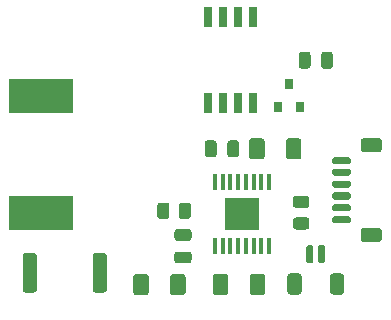
<source format=gbr>
%TF.GenerationSoftware,KiCad,Pcbnew,(5.1.9-0-10_14)*%
%TF.CreationDate,2021-03-17T00:33:25+08:00*%
%TF.ProjectId,xhp70-driver,78687037-302d-4647-9269-7665722e6b69,rev?*%
%TF.SameCoordinates,Original*%
%TF.FileFunction,Paste,Top*%
%TF.FilePolarity,Positive*%
%FSLAX46Y46*%
G04 Gerber Fmt 4.6, Leading zero omitted, Abs format (unit mm)*
G04 Created by KiCad (PCBNEW (5.1.9-0-10_14)) date 2021-03-17 00:33:25*
%MOMM*%
%LPD*%
G01*
G04 APERTURE LIST*
%ADD10R,0.800000X0.900000*%
%ADD11R,0.650000X1.700000*%
%ADD12R,2.940000X2.720000*%
%ADD13R,0.350000X1.400000*%
%ADD14R,5.400000X2.900000*%
G04 APERTURE END LIST*
%TO.C,C8*%
G36*
G01*
X148700000Y-56475000D02*
X148700000Y-55525000D01*
G75*
G02*
X148950000Y-55275000I250000J0D01*
G01*
X149450000Y-55275000D01*
G75*
G02*
X149700000Y-55525000I0J-250000D01*
G01*
X149700000Y-56475000D01*
G75*
G02*
X149450000Y-56725000I-250000J0D01*
G01*
X148950000Y-56725000D01*
G75*
G02*
X148700000Y-56475000I0J250000D01*
G01*
G37*
G36*
G01*
X146800000Y-56475000D02*
X146800000Y-55525000D01*
G75*
G02*
X147050000Y-55275000I250000J0D01*
G01*
X147550000Y-55275000D01*
G75*
G02*
X147800000Y-55525000I0J-250000D01*
G01*
X147800000Y-56475000D01*
G75*
G02*
X147550000Y-56725000I-250000J0D01*
G01*
X147050000Y-56725000D01*
G75*
G02*
X146800000Y-56475000I0J250000D01*
G01*
G37*
%TD*%
%TO.C,J2*%
G36*
G01*
X152299999Y-70200000D02*
X153600001Y-70200000D01*
G75*
G02*
X153850000Y-70449999I0J-249999D01*
G01*
X153850000Y-71150001D01*
G75*
G02*
X153600001Y-71400000I-249999J0D01*
G01*
X152299999Y-71400000D01*
G75*
G02*
X152050000Y-71150001I0J249999D01*
G01*
X152050000Y-70449999D01*
G75*
G02*
X152299999Y-70200000I249999J0D01*
G01*
G37*
G36*
G01*
X152299999Y-62600000D02*
X153600001Y-62600000D01*
G75*
G02*
X153850000Y-62849999I0J-249999D01*
G01*
X153850000Y-63550001D01*
G75*
G02*
X153600001Y-63800000I-249999J0D01*
G01*
X152299999Y-63800000D01*
G75*
G02*
X152050000Y-63550001I0J249999D01*
G01*
X152050000Y-62849999D01*
G75*
G02*
X152299999Y-62600000I249999J0D01*
G01*
G37*
G36*
G01*
X149800000Y-69200000D02*
X151050000Y-69200000D01*
G75*
G02*
X151200000Y-69350000I0J-150000D01*
G01*
X151200000Y-69650000D01*
G75*
G02*
X151050000Y-69800000I-150000J0D01*
G01*
X149800000Y-69800000D01*
G75*
G02*
X149650000Y-69650000I0J150000D01*
G01*
X149650000Y-69350000D01*
G75*
G02*
X149800000Y-69200000I150000J0D01*
G01*
G37*
G36*
G01*
X149800000Y-68200000D02*
X151050000Y-68200000D01*
G75*
G02*
X151200000Y-68350000I0J-150000D01*
G01*
X151200000Y-68650000D01*
G75*
G02*
X151050000Y-68800000I-150000J0D01*
G01*
X149800000Y-68800000D01*
G75*
G02*
X149650000Y-68650000I0J150000D01*
G01*
X149650000Y-68350000D01*
G75*
G02*
X149800000Y-68200000I150000J0D01*
G01*
G37*
G36*
G01*
X149800000Y-67200000D02*
X151050000Y-67200000D01*
G75*
G02*
X151200000Y-67350000I0J-150000D01*
G01*
X151200000Y-67650000D01*
G75*
G02*
X151050000Y-67800000I-150000J0D01*
G01*
X149800000Y-67800000D01*
G75*
G02*
X149650000Y-67650000I0J150000D01*
G01*
X149650000Y-67350000D01*
G75*
G02*
X149800000Y-67200000I150000J0D01*
G01*
G37*
G36*
G01*
X149800000Y-66200000D02*
X151050000Y-66200000D01*
G75*
G02*
X151200000Y-66350000I0J-150000D01*
G01*
X151200000Y-66650000D01*
G75*
G02*
X151050000Y-66800000I-150000J0D01*
G01*
X149800000Y-66800000D01*
G75*
G02*
X149650000Y-66650000I0J150000D01*
G01*
X149650000Y-66350000D01*
G75*
G02*
X149800000Y-66200000I150000J0D01*
G01*
G37*
G36*
G01*
X149800000Y-65200000D02*
X151050000Y-65200000D01*
G75*
G02*
X151200000Y-65350000I0J-150000D01*
G01*
X151200000Y-65650000D01*
G75*
G02*
X151050000Y-65800000I-150000J0D01*
G01*
X149800000Y-65800000D01*
G75*
G02*
X149650000Y-65650000I0J150000D01*
G01*
X149650000Y-65350000D01*
G75*
G02*
X149800000Y-65200000I150000J0D01*
G01*
G37*
G36*
G01*
X149800000Y-64200000D02*
X151050000Y-64200000D01*
G75*
G02*
X151200000Y-64350000I0J-150000D01*
G01*
X151200000Y-64650000D01*
G75*
G02*
X151050000Y-64800000I-150000J0D01*
G01*
X149800000Y-64800000D01*
G75*
G02*
X149650000Y-64650000I0J150000D01*
G01*
X149650000Y-64350000D01*
G75*
G02*
X149800000Y-64200000I150000J0D01*
G01*
G37*
%TD*%
D10*
%TO.C,U3*%
X146000000Y-58000000D03*
X146950000Y-60000000D03*
X145050000Y-60000000D03*
%TD*%
D11*
%TO.C,U2*%
X139095000Y-52350000D03*
X140365000Y-52350000D03*
X141635000Y-52350000D03*
X142905000Y-52350000D03*
X142905000Y-59650000D03*
X141635000Y-59650000D03*
X140365000Y-59650000D03*
X139095000Y-59650000D03*
%TD*%
D12*
%TO.C,U1*%
X142000000Y-69000000D03*
D13*
X139725000Y-66300000D03*
X139725000Y-71700000D03*
X140375000Y-66300000D03*
X140375000Y-71700000D03*
X141025000Y-66300000D03*
X141025000Y-71700000D03*
X141675000Y-66300000D03*
X141675000Y-71700000D03*
X142325000Y-66300000D03*
X142325000Y-71700000D03*
X142975000Y-66300000D03*
X142975000Y-71700000D03*
X143625000Y-66300000D03*
X143625000Y-71700000D03*
X144275000Y-66300000D03*
X144275000Y-71700000D03*
%TD*%
%TO.C,R5*%
G36*
G01*
X147050000Y-74299999D02*
X147050000Y-75600001D01*
G75*
G02*
X146800001Y-75850000I-249999J0D01*
G01*
X146099999Y-75850000D01*
G75*
G02*
X145850000Y-75600001I0J249999D01*
G01*
X145850000Y-74299999D01*
G75*
G02*
X146099999Y-74050000I249999J0D01*
G01*
X146800001Y-74050000D01*
G75*
G02*
X147050000Y-74299999I0J-249999D01*
G01*
G37*
G36*
G01*
X150650000Y-74299999D02*
X150650000Y-75600001D01*
G75*
G02*
X150400001Y-75850000I-249999J0D01*
G01*
X149699999Y-75850000D01*
G75*
G02*
X149450000Y-75600001I0J249999D01*
G01*
X149450000Y-74299999D01*
G75*
G02*
X149699999Y-74050000I249999J0D01*
G01*
X150400001Y-74050000D01*
G75*
G02*
X150650000Y-74299999I0J-249999D01*
G01*
G37*
G36*
G01*
X148050000Y-71800000D02*
X148050000Y-73050000D01*
G75*
G02*
X147900000Y-73200000I-150000J0D01*
G01*
X147600000Y-73200000D01*
G75*
G02*
X147450000Y-73050000I0J150000D01*
G01*
X147450000Y-71800000D01*
G75*
G02*
X147600000Y-71650000I150000J0D01*
G01*
X147900000Y-71650000D01*
G75*
G02*
X148050000Y-71800000I0J-150000D01*
G01*
G37*
G36*
G01*
X149050000Y-71800000D02*
X149050000Y-73050000D01*
G75*
G02*
X148900000Y-73200000I-150000J0D01*
G01*
X148600000Y-73200000D01*
G75*
G02*
X148450000Y-73050000I0J150000D01*
G01*
X148450000Y-71800000D01*
G75*
G02*
X148600000Y-71650000I150000J0D01*
G01*
X148900000Y-71650000D01*
G75*
G02*
X149050000Y-71800000I0J-150000D01*
G01*
G37*
%TD*%
%TO.C,R4*%
G36*
G01*
X147450002Y-68512500D02*
X146549998Y-68512500D01*
G75*
G02*
X146300000Y-68262502I0J249998D01*
G01*
X146300000Y-67737498D01*
G75*
G02*
X146549998Y-67487500I249998J0D01*
G01*
X147450002Y-67487500D01*
G75*
G02*
X147700000Y-67737498I0J-249998D01*
G01*
X147700000Y-68262502D01*
G75*
G02*
X147450002Y-68512500I-249998J0D01*
G01*
G37*
G36*
G01*
X147450002Y-70337500D02*
X146549998Y-70337500D01*
G75*
G02*
X146300000Y-70087502I0J249998D01*
G01*
X146300000Y-69562498D01*
G75*
G02*
X146549998Y-69312500I249998J0D01*
G01*
X147450002Y-69312500D01*
G75*
G02*
X147700000Y-69562498I0J-249998D01*
G01*
X147700000Y-70087502D01*
G75*
G02*
X147450002Y-70337500I-249998J0D01*
G01*
G37*
%TD*%
%TO.C,R3*%
G36*
G01*
X136650000Y-69200002D02*
X136650000Y-68299998D01*
G75*
G02*
X136899998Y-68050000I249998J0D01*
G01*
X137425002Y-68050000D01*
G75*
G02*
X137675000Y-68299998I0J-249998D01*
G01*
X137675000Y-69200002D01*
G75*
G02*
X137425002Y-69450000I-249998J0D01*
G01*
X136899998Y-69450000D01*
G75*
G02*
X136650000Y-69200002I0J249998D01*
G01*
G37*
G36*
G01*
X134825000Y-69200002D02*
X134825000Y-68299998D01*
G75*
G02*
X135074998Y-68050000I249998J0D01*
G01*
X135600002Y-68050000D01*
G75*
G02*
X135850000Y-68299998I0J-249998D01*
G01*
X135850000Y-69200002D01*
G75*
G02*
X135600002Y-69450000I-249998J0D01*
G01*
X135074998Y-69450000D01*
G75*
G02*
X134825000Y-69200002I0J249998D01*
G01*
G37*
%TD*%
%TO.C,R1*%
G36*
G01*
X124650000Y-72574999D02*
X124650000Y-75425001D01*
G75*
G02*
X124400001Y-75675000I-249999J0D01*
G01*
X123674999Y-75675000D01*
G75*
G02*
X123425000Y-75425001I0J249999D01*
G01*
X123425000Y-72574999D01*
G75*
G02*
X123674999Y-72325000I249999J0D01*
G01*
X124400001Y-72325000D01*
G75*
G02*
X124650000Y-72574999I0J-249999D01*
G01*
G37*
G36*
G01*
X130575000Y-72574999D02*
X130575000Y-75425001D01*
G75*
G02*
X130325001Y-75675000I-249999J0D01*
G01*
X129599999Y-75675000D01*
G75*
G02*
X129350000Y-75425001I0J249999D01*
G01*
X129350000Y-72574999D01*
G75*
G02*
X129599999Y-72325000I249999J0D01*
G01*
X130325001Y-72325000D01*
G75*
G02*
X130575000Y-72574999I0J-249999D01*
G01*
G37*
%TD*%
D14*
%TO.C,L1*%
X125000000Y-59050000D03*
X125000000Y-68950000D03*
%TD*%
%TO.C,C6*%
G36*
G01*
X139850000Y-63025000D02*
X139850000Y-63975000D01*
G75*
G02*
X139600000Y-64225000I-250000J0D01*
G01*
X139100000Y-64225000D01*
G75*
G02*
X138850000Y-63975000I0J250000D01*
G01*
X138850000Y-63025000D01*
G75*
G02*
X139100000Y-62775000I250000J0D01*
G01*
X139600000Y-62775000D01*
G75*
G02*
X139850000Y-63025000I0J-250000D01*
G01*
G37*
G36*
G01*
X141750000Y-63025000D02*
X141750000Y-63975000D01*
G75*
G02*
X141500000Y-64225000I-250000J0D01*
G01*
X141000000Y-64225000D01*
G75*
G02*
X140750000Y-63975000I0J250000D01*
G01*
X140750000Y-63025000D01*
G75*
G02*
X141000000Y-62775000I250000J0D01*
G01*
X141500000Y-62775000D01*
G75*
G02*
X141750000Y-63025000I0J-250000D01*
G01*
G37*
%TD*%
%TO.C,C5*%
G36*
G01*
X136525000Y-72200000D02*
X137475000Y-72200000D01*
G75*
G02*
X137725000Y-72450000I0J-250000D01*
G01*
X137725000Y-72950000D01*
G75*
G02*
X137475000Y-73200000I-250000J0D01*
G01*
X136525000Y-73200000D01*
G75*
G02*
X136275000Y-72950000I0J250000D01*
G01*
X136275000Y-72450000D01*
G75*
G02*
X136525000Y-72200000I250000J0D01*
G01*
G37*
G36*
G01*
X136525000Y-70300000D02*
X137475000Y-70300000D01*
G75*
G02*
X137725000Y-70550000I0J-250000D01*
G01*
X137725000Y-71050000D01*
G75*
G02*
X137475000Y-71300000I-250000J0D01*
G01*
X136525000Y-71300000D01*
G75*
G02*
X136275000Y-71050000I0J250000D01*
G01*
X136275000Y-70550000D01*
G75*
G02*
X136525000Y-70300000I250000J0D01*
G01*
G37*
%TD*%
%TO.C,C4*%
G36*
G01*
X145712500Y-64150003D02*
X145712500Y-62849997D01*
G75*
G02*
X145962497Y-62600000I249997J0D01*
G01*
X146787503Y-62600000D01*
G75*
G02*
X147037500Y-62849997I0J-249997D01*
G01*
X147037500Y-64150003D01*
G75*
G02*
X146787503Y-64400000I-249997J0D01*
G01*
X145962497Y-64400000D01*
G75*
G02*
X145712500Y-64150003I0J249997D01*
G01*
G37*
G36*
G01*
X142587500Y-64150003D02*
X142587500Y-62849997D01*
G75*
G02*
X142837497Y-62600000I249997J0D01*
G01*
X143662503Y-62600000D01*
G75*
G02*
X143912500Y-62849997I0J-249997D01*
G01*
X143912500Y-64150003D01*
G75*
G02*
X143662503Y-64400000I-249997J0D01*
G01*
X142837497Y-64400000D01*
G75*
G02*
X142587500Y-64150003I0J249997D01*
G01*
G37*
%TD*%
%TO.C,C3*%
G36*
G01*
X135900000Y-75650003D02*
X135900000Y-74349997D01*
G75*
G02*
X136149997Y-74100000I249997J0D01*
G01*
X136975003Y-74100000D01*
G75*
G02*
X137225000Y-74349997I0J-249997D01*
G01*
X137225000Y-75650003D01*
G75*
G02*
X136975003Y-75900000I-249997J0D01*
G01*
X136149997Y-75900000D01*
G75*
G02*
X135900000Y-75650003I0J249997D01*
G01*
G37*
G36*
G01*
X132775000Y-75650003D02*
X132775000Y-74349997D01*
G75*
G02*
X133024997Y-74100000I249997J0D01*
G01*
X133850003Y-74100000D01*
G75*
G02*
X134100000Y-74349997I0J-249997D01*
G01*
X134100000Y-75650003D01*
G75*
G02*
X133850003Y-75900000I-249997J0D01*
G01*
X133024997Y-75900000D01*
G75*
G02*
X132775000Y-75650003I0J249997D01*
G01*
G37*
%TD*%
%TO.C,C2*%
G36*
G01*
X142650000Y-75650003D02*
X142650000Y-74349997D01*
G75*
G02*
X142899997Y-74100000I249997J0D01*
G01*
X143725003Y-74100000D01*
G75*
G02*
X143975000Y-74349997I0J-249997D01*
G01*
X143975000Y-75650003D01*
G75*
G02*
X143725003Y-75900000I-249997J0D01*
G01*
X142899997Y-75900000D01*
G75*
G02*
X142650000Y-75650003I0J249997D01*
G01*
G37*
G36*
G01*
X139525000Y-75650003D02*
X139525000Y-74349997D01*
G75*
G02*
X139774997Y-74100000I249997J0D01*
G01*
X140600003Y-74100000D01*
G75*
G02*
X140850000Y-74349997I0J-249997D01*
G01*
X140850000Y-75650003D01*
G75*
G02*
X140600003Y-75900000I-249997J0D01*
G01*
X139774997Y-75900000D01*
G75*
G02*
X139525000Y-75650003I0J249997D01*
G01*
G37*
%TD*%
M02*

</source>
